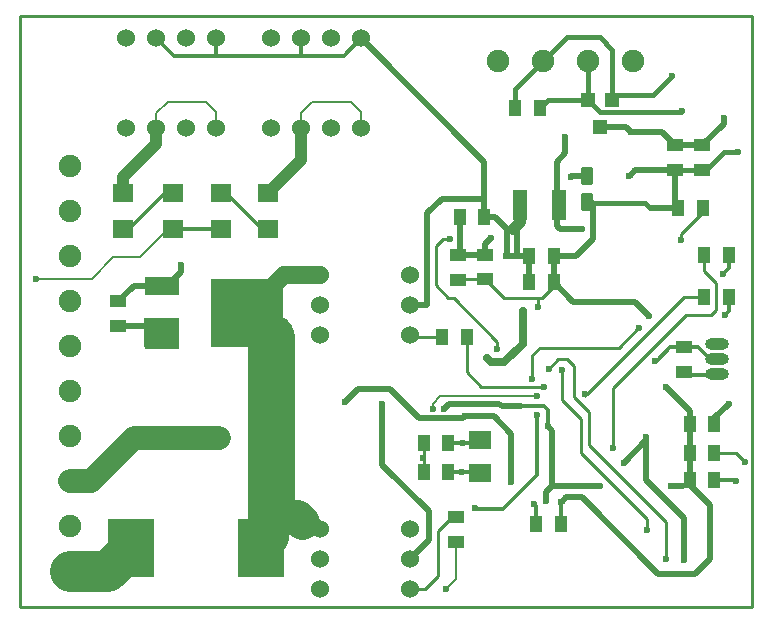
<source format=gbl>
%FSLAX25Y25*%
%MOIN*%
G70*
G01*
G75*
G04 Layer_Physical_Order=2*
G04 Layer_Color=16711680*
%ADD10R,0.04331X0.05512*%
%ADD11R,0.03543X0.02756*%
%ADD12R,0.04803X0.03583*%
%ADD13R,0.03150X0.09449*%
%ADD14R,0.05512X0.04331*%
%ADD15R,0.24410X0.22835*%
%ADD16R,0.11811X0.06299*%
%ADD17R,0.07087X0.08268*%
%ADD18R,0.10039X0.07677*%
%ADD19R,0.04331X0.02362*%
G04:AMPARAMS|DCode=20|XSize=9.84mil|YSize=70.87mil|CornerRadius=0mil|HoleSize=0mil|Usage=FLASHONLY|Rotation=135.000|XOffset=0mil|YOffset=0mil|HoleType=Round|Shape=Round|*
%AMOVALD20*
21,1,0.06102,0.00984,0.00000,0.00000,225.0*
1,1,0.00984,0.02158,0.02158*
1,1,0.00984,-0.02158,-0.02158*
%
%ADD20OVALD20*%

G04:AMPARAMS|DCode=21|XSize=9.84mil|YSize=70.87mil|CornerRadius=0mil|HoleSize=0mil|Usage=FLASHONLY|Rotation=45.000|XOffset=0mil|YOffset=0mil|HoleType=Round|Shape=Round|*
%AMOVALD21*
21,1,0.06102,0.00984,0.00000,0.00000,135.0*
1,1,0.00984,0.02158,-0.02158*
1,1,0.00984,-0.02158,0.02158*
%
%ADD21OVALD21*%

%ADD22R,0.07087X0.09055*%
%ADD23R,0.02362X0.11811*%
%ADD24O,0.08661X0.02362*%
%ADD25R,0.02756X0.03150*%
%ADD26R,0.06000X0.07000*%
%ADD27R,0.06299X0.12598*%
%ADD28O,0.09843X0.02756*%
%ADD29C,0.00800*%
%ADD30C,0.01969*%
%ADD31C,0.00984*%
%ADD32C,0.03937*%
%ADD33C,0.03543*%
%ADD34C,0.01181*%
%ADD35C,0.05906*%
%ADD36C,0.02756*%
%ADD37C,0.11811*%
%ADD38C,0.03150*%
%ADD39C,0.01500*%
%ADD40C,0.01575*%
%ADD41C,0.01000*%
%ADD42C,0.07480*%
%ADD43C,0.06000*%
%ADD44O,0.07874X0.03937*%
%ADD45O,0.07874X0.03937*%
%ADD46C,0.02362*%
%ADD47R,0.15748X0.19685*%
%ADD48R,0.07000X0.06000*%
G04:AMPARAMS|DCode=49|XSize=59.06mil|YSize=39.37mil|CornerRadius=1.97mil|HoleSize=0mil|Usage=FLASHONLY|Rotation=90.000|XOffset=0mil|YOffset=0mil|HoleType=Round|Shape=RoundedRectangle|*
%AMROUNDEDRECTD49*
21,1,0.05906,0.03543,0,0,90.0*
21,1,0.05512,0.03937,0,0,90.0*
1,1,0.00394,0.01772,0.02756*
1,1,0.00394,0.01772,-0.02756*
1,1,0.00394,-0.01772,-0.02756*
1,1,0.00394,-0.01772,0.02756*
%
%ADD49ROUNDEDRECTD49*%
%ADD50R,0.04600X0.04600*%
%ADD51R,0.07480X0.06299*%
%ADD52R,0.04724X0.10236*%
%ADD53C,0.07874*%
%ADD54C,0.15748*%
%ADD55C,0.13780*%
%ADD56C,0.00827*%
G36*
X53150Y88189D02*
X41339Y86614D01*
Y96063D01*
X53150D01*
Y88189D01*
D02*
G37*
D10*
X236417Y103347D02*
D03*
X228150D02*
D03*
X149016Y89764D02*
D03*
X140748D02*
D03*
X173425Y166142D02*
D03*
X165157D02*
D03*
X219291Y132874D02*
D03*
X227559D02*
D03*
X236417Y117126D02*
D03*
X228150D02*
D03*
X223228Y61024D02*
D03*
X231496D02*
D03*
X231496Y51181D02*
D03*
X223228D02*
D03*
X231496Y42323D02*
D03*
X223228D02*
D03*
X172047Y27559D02*
D03*
X180315D02*
D03*
X142815Y54626D02*
D03*
X134547D02*
D03*
X142815Y44783D02*
D03*
X134547D02*
D03*
X177953Y108071D02*
D03*
X169685D02*
D03*
X177953Y116929D02*
D03*
X169685D02*
D03*
X146555Y129823D02*
D03*
X154823D02*
D03*
D14*
X145276Y21457D02*
D03*
Y29724D02*
D03*
X32677Y101772D02*
D03*
Y93504D02*
D03*
X227362Y145473D02*
D03*
X227362Y153740D02*
D03*
X218504Y145473D02*
D03*
Y153740D02*
D03*
X221457Y86516D02*
D03*
Y78248D02*
D03*
X155118Y109055D02*
D03*
Y117323D02*
D03*
X145965Y108957D02*
D03*
Y117225D02*
D03*
D15*
X75590Y98032D02*
D03*
D16*
X47244Y107047D02*
D03*
Y89016D02*
D03*
D29*
X137795Y65748D02*
Y67716D01*
X142126Y5990D02*
X145276Y9140D01*
Y21457D01*
X137795Y67716D02*
X140157Y70079D01*
X172441D01*
X49512Y125890D02*
X51181D01*
X40157Y116535D02*
X49512Y125890D01*
X31102Y116535D02*
X40157D01*
X23917Y109351D02*
X31102Y116535D01*
X5512Y109351D02*
X23917D01*
X5217Y109055D02*
X5512Y109351D01*
X82677Y137992D02*
X93661Y148976D01*
X82677Y137890D02*
Y137992D01*
D30*
X108661Y68504D02*
X112598Y72441D01*
X123228D01*
X132887Y62783D01*
X147723D01*
X148327Y63386D01*
X120866Y47244D02*
Y67323D01*
Y47244D02*
X136221Y31890D01*
Y22205D02*
Y31890D01*
X129921Y15905D02*
X136221Y22205D01*
X134547Y44783D02*
X135827Y43504D01*
X154823Y129823D02*
Y135827D01*
X129921Y100551D02*
X130079Y100394D01*
X135827D01*
Y131102D01*
X140551Y135827D01*
X154823D01*
X42756Y93504D02*
X47244Y89016D01*
X32677Y93504D02*
X42756D01*
X37953Y107047D02*
X47244D01*
X32677Y101772D02*
X37953Y107047D01*
X53543Y111417D02*
Y113779D01*
X49173Y107047D02*
X53543Y111417D01*
X47244Y107047D02*
X49173D01*
X202110Y159898D02*
X203740Y158268D01*
X193370Y159898D02*
X202110D01*
X234646Y161024D02*
Y162992D01*
X227362Y153740D02*
X234646Y161024D01*
X154823Y135827D02*
Y148287D01*
X113661Y189449D02*
X154823Y148287D01*
X231496Y62992D02*
X236221Y67717D01*
X216929Y40157D02*
X221063D01*
X190945Y122441D02*
Y134606D01*
X185433Y116929D02*
X190945Y122441D01*
X177953Y116929D02*
X185433D01*
X194882Y101575D02*
X198819D01*
X190945D02*
X194882D01*
X184449D02*
X190945D01*
X177953Y108071D02*
X184449Y101575D01*
X177953Y108071D02*
Y116929D01*
X155118Y120768D02*
X157185Y122835D01*
X155118Y117323D02*
Y120768D01*
X158366Y129823D02*
X162402Y125787D01*
X154823Y129823D02*
X158366D01*
X146063Y117323D02*
X146555Y117815D01*
X145965Y117225D02*
X146063Y117323D01*
X146555Y117815D02*
Y129823D01*
X146063Y117323D02*
X155118D01*
X179035Y126772D02*
Y148327D01*
X181791Y151083D01*
Y156496D01*
X165650Y125787D02*
Y125886D01*
Y117717D02*
Y125787D01*
X164961Y117028D02*
X165650Y117717D01*
X161909Y117028D02*
X162402Y117520D01*
Y125787D01*
X169685Y108071D02*
Y116929D01*
X162303Y116929D02*
X162303Y116929D01*
X183661Y143209D02*
X183858Y143406D01*
X188976D01*
X184547Y125787D02*
X187500D01*
X180020D02*
X184547D01*
X179035Y126772D02*
X180020Y125787D01*
X218504Y153740D02*
X227362D01*
X218504Y133661D02*
X219291Y132874D01*
X218504Y133661D02*
Y145473D01*
X210157Y132874D02*
X219291D01*
X223228Y61024D02*
Y65158D01*
X215256Y73130D02*
X223228Y65158D01*
Y40453D02*
Y42323D01*
Y40453D02*
X229921Y33760D01*
Y26772D02*
Y33760D01*
X223228Y42323D02*
Y61024D01*
X221358Y15551D02*
Y29626D01*
X208858Y42126D02*
X221358Y29626D01*
X198819Y101575D02*
X205020D01*
X209842Y96752D01*
X175394Y38287D02*
X177461Y40354D01*
X175394Y35335D02*
Y38287D01*
X177461Y40354D02*
Y58662D01*
X175886Y60236D02*
X177461Y58662D01*
X162303Y116929D02*
X169685D01*
X163583Y41535D02*
Y57677D01*
X157874Y63386D02*
X163583Y57677D01*
X148327Y63386D02*
X157874D01*
X141240Y65945D02*
X142913Y67618D01*
X159843D01*
X160728Y66732D01*
X166929D01*
X177461Y40354D02*
X193405D01*
X193504Y40256D01*
X208760Y48031D02*
X208858Y47933D01*
Y42126D02*
Y47933D01*
X201378Y48031D02*
X208858Y55512D01*
Y47933D02*
Y55512D01*
Y56693D01*
X181988Y36417D02*
X187205D01*
X212795Y10827D01*
X225000D01*
X229921Y15748D01*
Y26772D01*
X180610Y35039D02*
X181988Y36417D01*
X213976Y158268D02*
X218504Y153740D01*
X203740Y158268D02*
X213976D01*
X205118Y145473D02*
X218504D01*
X203248Y143602D02*
X205118Y145473D01*
X162402Y125787D02*
X164173D01*
X165650D01*
D31*
X134547Y44783D02*
Y54626D01*
X139370Y25197D02*
X143898Y29724D01*
X139370Y10236D02*
Y25197D01*
X135039Y5906D02*
X139370Y10236D01*
X143898Y29724D02*
X145276D01*
X129921Y5906D02*
X135039D01*
X129921Y90551D02*
X130709Y89764D01*
X140748D01*
X149016Y78150D02*
Y89764D01*
Y78150D02*
X153853Y73313D01*
X174803D01*
X140945Y122441D02*
X143307D01*
X138583Y120079D02*
X140945Y122441D01*
X238681Y51181D02*
X241732Y48130D01*
X231496Y51181D02*
X238681D01*
X172835Y102953D02*
X174016D01*
X161221D02*
X172835D01*
Y100000D02*
Y102953D01*
X138583Y107087D02*
Y120079D01*
Y107087D02*
X142815Y102854D01*
X144587D01*
X173327Y86319D02*
X199606D01*
X170768Y83760D02*
X173327Y86319D01*
X170768Y75886D02*
Y83760D01*
X159112Y85728D02*
Y88329D01*
X144587Y102854D02*
X159112Y88329D01*
X215354Y15748D02*
Y28346D01*
X189665Y54036D02*
X215354Y28346D01*
X189665Y54036D02*
Y64862D01*
X184744Y69784D02*
X189665Y64862D01*
X184744Y69784D02*
Y80217D01*
X182480Y82480D02*
X184744Y80217D01*
X179429Y82480D02*
X182480D01*
X176279Y79331D02*
X179429Y82480D01*
X209154Y25689D02*
Y29134D01*
X187106Y51181D02*
X209154Y29134D01*
X187106Y51181D02*
Y62402D01*
X180709Y68799D02*
X187106Y62402D01*
X180709Y68799D02*
Y78839D01*
X188386Y70965D02*
X189075D01*
X221457Y103347D01*
X188386Y70276D02*
Y70965D01*
X221457Y103347D02*
X228150D01*
X144685Y108957D02*
X145965D01*
X228150Y111909D02*
Y117126D01*
Y111909D02*
X232185Y107874D01*
Y99016D02*
Y107874D01*
X230413Y97244D02*
X232185Y99016D01*
X221949Y97244D02*
X230413D01*
X197638Y72933D02*
X221949Y97244D01*
X197638Y52756D02*
Y72933D01*
X145965Y108957D02*
X146063Y109055D01*
X155118D01*
X161221Y102953D01*
X174016D02*
X177953Y106890D01*
Y108071D01*
X199606Y86319D02*
X206102Y92815D01*
X206299D01*
X227559Y131496D02*
Y132874D01*
X220276Y124213D02*
X227559Y131496D01*
X220276Y122441D02*
Y124213D01*
D32*
X45433Y154095D02*
Y159449D01*
X34449Y143110D02*
X45433Y154095D01*
X34449Y137890D02*
Y143110D01*
X93661Y148976D02*
Y159449D01*
Y148874D02*
Y148976D01*
X82677Y137890D02*
X93661Y148874D01*
D33*
X166732Y128347D02*
Y133858D01*
X164173Y125787D02*
X166732Y128347D01*
D34*
X151575Y32677D02*
X161122D01*
X172455Y44010D01*
X93602Y183661D02*
X107874D01*
X65256D02*
X93602D01*
X93661Y183721D01*
Y189449D01*
X51221Y183661D02*
X65256D01*
X65433Y183839D01*
Y189449D01*
X45433D02*
X51221Y183661D01*
X107874D02*
X113661Y189449D01*
X238189Y42323D02*
X238681Y41831D01*
X80705Y125890D02*
X82677D01*
X68705Y137890D02*
X80705Y125890D01*
X68705Y137890D02*
X68709D01*
X66929D02*
X68213D01*
X48421Y137890D02*
X51181D01*
X36421Y125890D02*
X48421Y137890D01*
X34449Y125890D02*
X36421D01*
X51181D02*
X66929D01*
X51276Y137890D02*
X52165D01*
X216831Y86516D02*
X221457D01*
X226083D01*
X230512Y82087D01*
X222618Y77087D02*
X231693D01*
X221457Y78248D02*
X222618Y77087D01*
X180315Y34744D02*
X180610Y35039D01*
X180315Y27559D02*
Y34744D01*
X171260Y34252D02*
X172047Y33465D01*
Y27559D02*
Y33465D01*
X234252Y110827D02*
X236417Y112992D01*
Y117126D01*
X235039Y97146D02*
X236417Y98524D01*
Y103347D01*
X142815Y44783D02*
X153051D01*
X147638Y54626D02*
X153445D01*
X142815D02*
X147638D01*
X153051Y44783D02*
X153445Y45177D01*
X231496Y42323D02*
X238189D01*
X231496Y61024D02*
Y62992D01*
X221063Y40157D02*
X223228Y42323D01*
X212303Y81988D02*
X216831Y86516D01*
X211614Y81988D02*
X212303D01*
X172455Y44010D02*
Y63864D01*
X166929Y66732D02*
X174705D01*
X175886Y65551D01*
Y60236D02*
Y65551D01*
D35*
X75590Y98032D02*
X88110Y110551D01*
X99921D01*
D36*
X97480Y28346D02*
X99921Y25905D01*
X94095Y28346D02*
X97480D01*
X167618Y87697D02*
Y98524D01*
X161417Y81496D02*
X167618Y87697D01*
X157185Y81496D02*
X161417D01*
X155807Y82874D02*
X157185Y81496D01*
D37*
X83858Y23228D02*
Y29921D01*
X92520D02*
X94095Y28346D01*
X83858Y29921D02*
X92520D01*
X80315Y19685D02*
X83858Y23228D01*
X75590Y98032D02*
X83858Y89764D01*
D39*
X234744Y151575D02*
X239370D01*
X228642Y145473D02*
X234744Y151575D01*
X220472Y164961D02*
X220866Y165354D01*
X193307Y164961D02*
X220472D01*
X189370Y168898D02*
X193307Y164961D01*
X211024Y170473D02*
X217323Y176772D01*
X198945Y170473D02*
X211024D01*
X197370Y168898D02*
X198945Y170473D01*
X174449Y181890D02*
X182323Y189764D01*
X193307D01*
X197370Y185701D01*
Y168898D02*
Y185701D01*
X165157Y172599D02*
X174449Y181890D01*
X165157Y166142D02*
Y172599D01*
X173425Y166142D02*
X176181Y168898D01*
X189370D01*
Y181811D02*
X189449Y181890D01*
X189370Y168898D02*
Y181811D01*
X227362Y145473D02*
X227362Y145473D01*
X218504Y145473D02*
X227362D01*
X227362Y145473D02*
X228642D01*
D40*
X190945Y134606D02*
X208425D01*
X189114D02*
X190945D01*
X188976Y134744D02*
X189114Y134606D01*
X208425D02*
X210157Y132874D01*
D41*
X0Y0D02*
Y196850D01*
X244094D01*
Y0D02*
Y196850D01*
X0Y0D02*
X244094D01*
D42*
X16732Y131811D02*
D03*
Y146811D02*
D03*
Y116811D02*
D03*
Y101811D02*
D03*
Y86811D02*
D03*
Y71811D02*
D03*
Y56811D02*
D03*
Y41811D02*
D03*
Y26811D02*
D03*
Y11811D02*
D03*
X204449Y181890D02*
D03*
X189449D02*
D03*
X174449D02*
D03*
X159449D02*
D03*
D43*
X83661Y159449D02*
D03*
X93661D02*
D03*
X103661D02*
D03*
X113661D02*
D03*
Y189449D02*
D03*
X103661D02*
D03*
X93661D02*
D03*
X83661D02*
D03*
X99921Y90551D02*
D03*
X99921Y100551D02*
D03*
Y110551D02*
D03*
X129921D02*
D03*
X129921Y100551D02*
D03*
Y90551D02*
D03*
X99921Y5906D02*
D03*
Y15905D02*
D03*
X99921Y25905D02*
D03*
X129921Y25905D02*
D03*
Y15905D02*
D03*
X129921Y5906D02*
D03*
X35433Y159449D02*
D03*
X45433D02*
D03*
X55433D02*
D03*
X65433D02*
D03*
Y189449D02*
D03*
X55433D02*
D03*
X45433D02*
D03*
X35433D02*
D03*
D44*
X232283Y77677D02*
D03*
Y82677D02*
D03*
D45*
Y87677D02*
D03*
D46*
X108268Y68195D02*
D03*
X137795Y65748D02*
D03*
X120866Y67407D02*
D03*
X142126Y5990D02*
D03*
X151575Y32762D02*
D03*
X174803Y73313D02*
D03*
X172441Y70079D02*
D03*
X93307Y25984D02*
D03*
Y29134D02*
D03*
Y32283D02*
D03*
X53543Y113779D02*
D03*
X49606Y94488D02*
D03*
X46850D02*
D03*
X44094D02*
D03*
X65748Y55118D02*
D03*
X63779Y57874D02*
D03*
X67323D02*
D03*
X143307Y122441D02*
D03*
X239370Y151575D02*
D03*
X220866Y165354D02*
D03*
X217323Y176772D02*
D03*
X234646Y162992D02*
D03*
X241732Y48130D02*
D03*
X172835Y100000D02*
D03*
X5217Y109055D02*
D03*
X175886Y60236D02*
D03*
X170768Y75886D02*
D03*
X159112Y85728D02*
D03*
X188386Y70965D02*
D03*
X180709Y78839D02*
D03*
X176279Y79331D02*
D03*
X134449Y49705D02*
D03*
X197638Y52756D02*
D03*
X209154Y25689D02*
D03*
X215354Y15748D02*
D03*
X221358Y15551D02*
D03*
X229921Y26772D02*
D03*
X175394Y35335D02*
D03*
X180315Y34744D02*
D03*
X171260Y34252D02*
D03*
X235039Y97146D02*
D03*
X234252Y110827D02*
D03*
X172455Y63864D02*
D03*
X147244Y44882D02*
D03*
X147638Y54626D02*
D03*
X238681Y41831D02*
D03*
X216929Y40157D02*
D03*
X236221Y67717D02*
D03*
X198819Y101575D02*
D03*
X194882D02*
D03*
X190945D02*
D03*
X157185Y122835D02*
D03*
X181791Y156496D02*
D03*
X161909Y117028D02*
D03*
X164961D02*
D03*
X183661Y143209D02*
D03*
X165650Y125886D02*
D03*
X162402Y125787D02*
D03*
X187500D02*
D03*
X184547D02*
D03*
X215256Y73130D02*
D03*
X208858Y56693D02*
D03*
X206299Y92815D02*
D03*
X211614Y81988D02*
D03*
X209842Y96752D02*
D03*
X167618Y98524D02*
D03*
X155807Y82874D02*
D03*
X148327Y63386D02*
D03*
X163583Y41535D02*
D03*
X141240Y65945D02*
D03*
X193504Y40256D02*
D03*
X201378Y48031D02*
D03*
X203740Y158268D02*
D03*
X203150Y143504D02*
D03*
X220374Y122343D02*
D03*
D47*
X37008Y19685D02*
D03*
X80315D02*
D03*
D48*
X82677Y137890D02*
D03*
Y125890D02*
D03*
X66929Y137890D02*
D03*
Y125890D02*
D03*
X51181Y137890D02*
D03*
Y125890D02*
D03*
X34449Y137890D02*
D03*
Y125890D02*
D03*
D49*
X188976Y134744D02*
D03*
Y143406D02*
D03*
D50*
X189370Y168898D02*
D03*
X197370D02*
D03*
X193370Y159898D02*
D03*
D51*
X153445Y55413D02*
D03*
Y44390D02*
D03*
D52*
X179724Y133858D02*
D03*
X166732D02*
D03*
D53*
X38189Y56299D02*
X66535D01*
X23701Y41811D02*
X38189Y56299D01*
X16732Y41811D02*
X23701D01*
D54*
X83858Y29921D02*
Y89764D01*
D55*
X16732Y11811D02*
X29134D01*
X37008Y19685D01*
D56*
X93661Y159449D02*
Y164528D01*
X97441Y168307D01*
X110236D01*
X113661Y164882D01*
Y159449D02*
Y164882D01*
X65433Y159449D02*
Y164882D01*
X62008Y168307D02*
X65433Y164882D01*
X49213Y168307D02*
X62008D01*
X45433Y164528D02*
X49213Y168307D01*
X45433Y159449D02*
Y164528D01*
M02*

</source>
